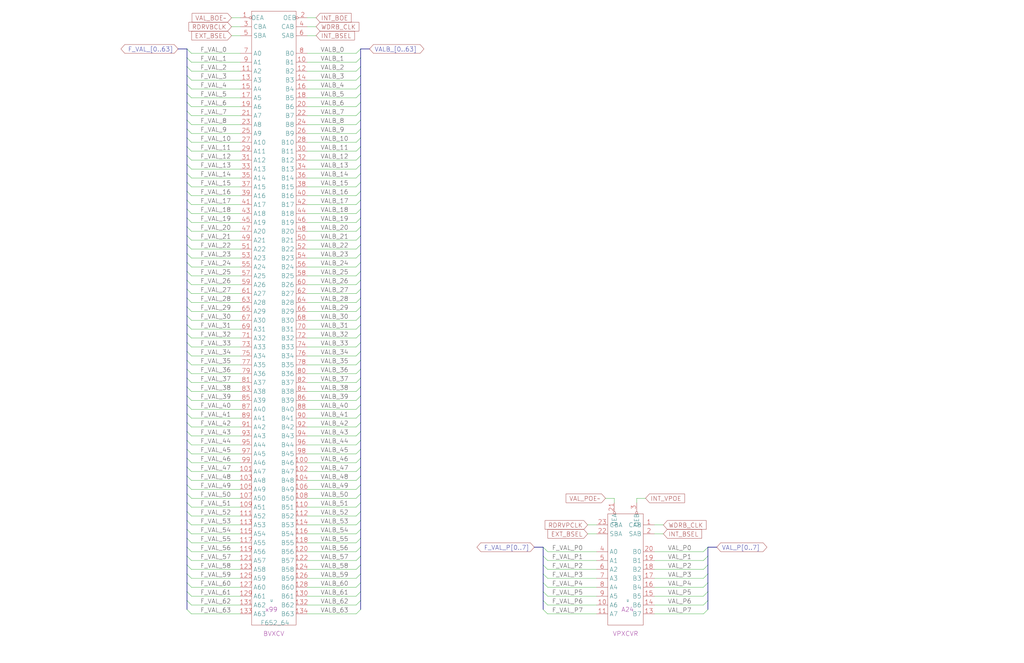
<source format=kicad_sch>
(kicad_sch (version 20220404) (generator eeschema)
  (paper "User" 584.2 378.46)
  (title_block (title "BXCVR\\nVAL AND VAL_PARITY") (date "08-MAR-90") (rev "0.0") (comment 1 "MEM32 BOARD") (comment 2 "232-003066") (comment 3 "S400") (comment 4 "RELEASED"))
  (lib_symbols
    (symbol "r1000:F652" (pin_names (offset 1.016))
      (property "Reference" "U" (at 2.54 5.08 0))
      (property "Value" "F652" (at -3.81 -7.62 0))
      (property "Location" "___" (at -1.27 0 0))
      (property "Name" "______" (at 1.27 -15.24 0))
      (symbol "F652_1_1"
        (rectangle (start -8.89 54.61) (end 11.43 -8.89))
        (circle (center -5.08 55.245) (radius 0.635))
        (circle (center 7.62 55.245) (radius 0.635))
        (pin input line (at 17.78 48.26 180) (length 6.35) (name "CAB") (number "1"))
        (pin bidirectional line (at -15.24 2.54 0) (length 6.35) (name "A6") (number "10"))
        (pin bidirectional line (at -15.24 -2.54 0) (length 6.35) (name "A7") (number "11"))
        (pin bidirectional line (at 17.78 -2.54 180) (length 6.35) (name "B7") (number "13"))
        (pin bidirectional line (at 17.78 2.54 180) (length 6.35) (name "B6") (number "14"))
        (pin bidirectional line (at 17.78 7.62 180) (length 6.35) (name "B5") (number "15"))
        (pin bidirectional line (at 17.78 12.7 180) (length 6.35) (name "B4") (number "16"))
        (pin bidirectional line (at 17.78 17.78 180) (length 6.35) (name "B3") (number "17"))
        (pin bidirectional line (at 17.78 22.86 180) (length 6.35) (name "B2") (number "18"))
        (pin bidirectional line (at 17.78 27.94 180) (length 6.35) (name "B1") (number "19"))
        (pin input line (at 17.78 43.18 180) (length 6.35) (name "SAB") (number "2"))
        (pin bidirectional line (at 17.78 33.02 180) (length 6.35) (name "B0") (number "20"))
        (pin input line (at -5.08 60.96 270) (length 5.08) (name "OEA") (number "21"))
        (pin input line (at -15.24 43.18 0) (length 6.35) (name "SBA") (number "22"))
        (pin input line (at -15.24 48.26 0) (length 6.35) (name "CBA") (number "23"))
        (pin input line (at 7.62 60.96 270) (length 5.08) (name "OEB") (number "3"))
        (pin bidirectional line (at -15.24 33.02 0) (length 6.35) (name "A0") (number "4"))
        (pin bidirectional line (at -15.24 27.94 0) (length 6.35) (name "A1") (number "5"))
        (pin bidirectional line (at -15.24 22.86 0) (length 6.35) (name "A2") (number "6"))
        (pin bidirectional line (at -15.24 17.78 0) (length 6.35) (name "A3") (number "7"))
        (pin bidirectional line (at -15.24 12.7 0) (length 6.35) (name "A4") (number "8"))
        (pin bidirectional line (at -15.24 7.62 0) (length 6.35) (name "A5") (number "9"))
      )
    )
    (symbol "r1000:F652_64" (pin_names (offset 1.016))
      (property "Reference" "U" (at 2.54 5.08 0))
      (property "Value" "F652_64" (at -3.81 -7.62 0))
      (property "Location" "___" (at -1.27 0 0))
      (property "Name" "______" (at 3.81 -15.24 0))
      (symbol "F652_64_1_1"
        (circle (center -9.525 337.82) (radius 0.635))
        (rectangle (start -8.89 341.63) (end 16.51 -8.89))
        (circle (center 17.145 337.82) (radius 0.635))
        (pin input line (at -15.24 337.82 0) (length 5.08) (name "OEA") (number "1"))
        (pin bidirectional line (at 22.86 312.42 180) (length 6.35) (name "B1") (number "10"))
        (pin bidirectional line (at 22.86 83.82 180) (length 6.35) (name "B46") (number "100"))
        (pin bidirectional line (at -15.24 78.74 0) (length 6.35) (name "A47") (number "101"))
        (pin bidirectional line (at 22.86 78.74 180) (length 6.35) (name "B47") (number "102"))
        (pin bidirectional line (at -15.24 73.66 0) (length 6.35) (name "A48") (number "103"))
        (pin bidirectional line (at 22.86 73.66 180) (length 6.35) (name "B48") (number "104"))
        (pin bidirectional line (at -15.24 68.58 0) (length 6.35) (name "A49") (number "105"))
        (pin bidirectional line (at 22.86 68.58 180) (length 6.35) (name "B49") (number "106"))
        (pin bidirectional line (at -15.24 63.5 0) (length 6.35) (name "A50") (number "107"))
        (pin bidirectional line (at 22.86 63.5 180) (length 6.35) (name "B50") (number "108"))
        (pin bidirectional line (at -15.24 58.42 0) (length 6.35) (name "A51") (number "109"))
        (pin bidirectional line (at -15.24 307.34 0) (length 6.35) (name "A2") (number "11"))
        (pin bidirectional line (at 22.86 58.42 180) (length 6.35) (name "B51") (number "110"))
        (pin bidirectional line (at -15.24 53.34 0) (length 6.35) (name "A52") (number "111"))
        (pin bidirectional line (at 22.86 53.34 180) (length 6.35) (name "B52") (number "112"))
        (pin bidirectional line (at -15.24 48.26 0) (length 6.35) (name "A53") (number "113"))
        (pin bidirectional line (at 22.86 48.26 180) (length 6.35) (name "B53") (number "114"))
        (pin bidirectional line (at -15.24 43.18 0) (length 6.35) (name "A54") (number "115"))
        (pin bidirectional line (at 22.86 43.18 180) (length 6.35) (name "B54") (number "116"))
        (pin bidirectional line (at -15.24 38.1 0) (length 6.35) (name "A55") (number "117"))
        (pin bidirectional line (at 22.86 38.1 180) (length 6.35) (name "B55") (number "118"))
        (pin bidirectional line (at -15.24 33.02 0) (length 6.35) (name "A56") (number "119"))
        (pin bidirectional line (at 22.86 307.34 180) (length 6.35) (name "B2") (number "12"))
        (pin bidirectional line (at 22.86 33.02 180) (length 6.35) (name "B56") (number "120"))
        (pin bidirectional line (at -15.24 27.94 0) (length 6.35) (name "A57") (number "121"))
        (pin bidirectional line (at 22.86 27.94 180) (length 6.35) (name "B57") (number "122"))
        (pin bidirectional line (at -15.24 22.86 0) (length 6.35) (name "A58") (number "123"))
        (pin bidirectional line (at 22.86 22.86 180) (length 6.35) (name "B58") (number "124"))
        (pin bidirectional line (at -15.24 17.78 0) (length 6.35) (name "A59") (number "125"))
        (pin bidirectional line (at 22.86 17.78 180) (length 6.35) (name "B59") (number "126"))
        (pin bidirectional line (at -15.24 12.7 0) (length 6.35) (name "A60") (number "127"))
        (pin bidirectional line (at 22.86 12.7 180) (length 6.35) (name "B60") (number "128"))
        (pin bidirectional line (at -15.24 7.62 0) (length 6.35) (name "A61") (number "129"))
        (pin bidirectional line (at -15.24 302.26 0) (length 6.35) (name "A3") (number "13"))
        (pin bidirectional line (at 22.86 7.62 180) (length 6.35) (name "B61") (number "130"))
        (pin bidirectional line (at -15.24 2.54 0) (length 6.35) (name "A62") (number "131"))
        (pin bidirectional line (at 22.86 2.54 180) (length 6.35) (name "B62") (number "132"))
        (pin bidirectional line (at -15.24 -2.54 0) (length 6.35) (name "A63") (number "133"))
        (pin bidirectional line (at 22.86 -2.54 180) (length 6.35) (name "B63") (number "134"))
        (pin bidirectional line (at 22.86 302.26 180) (length 6.35) (name "B3") (number "14"))
        (pin bidirectional line (at -15.24 297.18 0) (length 6.35) (name "A4") (number "15"))
        (pin bidirectional line (at 22.86 297.18 180) (length 6.35) (name "B4") (number "16"))
        (pin bidirectional line (at -15.24 292.1 0) (length 6.35) (name "A5") (number "17"))
        (pin bidirectional line (at 22.86 292.1 180) (length 6.35) (name "B5") (number "18"))
        (pin bidirectional line (at -15.24 287.02 0) (length 6.35) (name "A6") (number "19"))
        (pin input line (at 22.86 337.82 180) (length 5.08) (name "OEB") (number "2"))
        (pin bidirectional line (at 22.86 287.02 180) (length 6.35) (name "B6") (number "20"))
        (pin bidirectional line (at -15.24 281.94 0) (length 6.35) (name "A7") (number "21"))
        (pin bidirectional line (at 22.86 281.94 180) (length 6.35) (name "B7") (number "22"))
        (pin bidirectional line (at -15.24 276.86 0) (length 6.35) (name "A8") (number "23"))
        (pin bidirectional line (at 22.86 276.86 180) (length 6.35) (name "B8") (number "24"))
        (pin bidirectional line (at -15.24 271.78 0) (length 6.35) (name "A9") (number "25"))
        (pin bidirectional line (at 22.86 271.78 180) (length 6.35) (name "B9") (number "26"))
        (pin bidirectional line (at -15.24 266.7 0) (length 6.35) (name "A10") (number "27"))
        (pin bidirectional line (at 22.86 266.7 180) (length 6.35) (name "B10") (number "28"))
        (pin bidirectional line (at -15.24 261.62 0) (length 6.35) (name "A11") (number "29"))
        (pin input line (at -15.24 332.74 0) (length 6.35) (name "CBA") (number "3"))
        (pin bidirectional line (at 22.86 261.62 180) (length 6.35) (name "B11") (number "30"))
        (pin bidirectional line (at -15.24 256.54 0) (length 6.35) (name "A12") (number "31"))
        (pin bidirectional line (at 22.86 256.54 180) (length 6.35) (name "B12") (number "32"))
        (pin bidirectional line (at -15.24 251.46 0) (length 6.35) (name "A13") (number "33"))
        (pin bidirectional line (at 22.86 251.46 180) (length 6.35) (name "B13") (number "34"))
        (pin bidirectional line (at -15.24 246.38 0) (length 6.35) (name "A14") (number "35"))
        (pin bidirectional line (at 22.86 246.38 180) (length 6.35) (name "B14") (number "36"))
        (pin bidirectional line (at -15.24 241.3 0) (length 6.35) (name "A15") (number "37"))
        (pin bidirectional line (at 22.86 241.3 180) (length 6.35) (name "B15") (number "38"))
        (pin bidirectional line (at -15.24 236.22 0) (length 6.35) (name "A16") (number "39"))
        (pin input line (at 22.86 332.74 180) (length 6.35) (name "CAB") (number "4"))
        (pin bidirectional line (at 22.86 236.22 180) (length 6.35) (name "B16") (number "40"))
        (pin bidirectional line (at -15.24 231.14 0) (length 6.35) (name "A17") (number "41"))
        (pin bidirectional line (at 22.86 231.14 180) (length 6.35) (name "B17") (number "42"))
        (pin bidirectional line (at -15.24 226.06 0) (length 6.35) (name "A18") (number "43"))
        (pin bidirectional line (at 22.86 226.06 180) (length 6.35) (name "B18") (number "44"))
        (pin bidirectional line (at -15.24 220.98 0) (length 6.35) (name "A19") (number "45"))
        (pin bidirectional line (at 22.86 220.98 180) (length 6.35) (name "B19") (number "46"))
        (pin bidirectional line (at -15.24 215.9 0) (length 6.35) (name "A20") (number "47"))
        (pin bidirectional line (at 22.86 215.9 180) (length 6.35) (name "B20") (number "48"))
        (pin bidirectional line (at -15.24 210.82 0) (length 6.35) (name "A21") (number "49"))
        (pin input line (at -15.24 327.66 0) (length 6.35) (name "SBA") (number "5"))
        (pin bidirectional line (at 22.86 210.82 180) (length 6.35) (name "B21") (number "50"))
        (pin bidirectional line (at -15.24 205.74 0) (length 6.35) (name "A22") (number "51"))
        (pin bidirectional line (at 22.86 205.74 180) (length 6.35) (name "B22") (number "52"))
        (pin bidirectional line (at -15.24 200.66 0) (length 6.35) (name "A23") (number "53"))
        (pin bidirectional line (at 22.86 200.66 180) (length 6.35) (name "B23") (number "54"))
        (pin bidirectional line (at -15.24 195.58 0) (length 6.35) (name "A24") (number "55"))
        (pin bidirectional line (at 22.86 195.58 180) (length 6.35) (name "B24") (number "56"))
        (pin bidirectional line (at -15.24 190.5 0) (length 6.35) (name "A25") (number "57"))
        (pin bidirectional line (at 22.86 190.5 180) (length 6.35) (name "B25") (number "58"))
        (pin bidirectional line (at -15.24 185.42 0) (length 6.35) (name "A26") (number "59"))
        (pin input line (at 22.86 327.66 180) (length 6.35) (name "SAB") (number "6"))
        (pin bidirectional line (at 22.86 185.42 180) (length 6.35) (name "B26") (number "60"))
        (pin bidirectional line (at -15.24 180.34 0) (length 6.35) (name "A27") (number "61"))
        (pin bidirectional line (at 22.86 180.34 180) (length 6.35) (name "B27") (number "62"))
        (pin bidirectional line (at -15.24 175.26 0) (length 6.35) (name "A28") (number "63"))
        (pin bidirectional line (at 22.86 175.26 180) (length 6.35) (name "B28") (number "64"))
        (pin bidirectional line (at -15.24 170.18 0) (length 6.35) (name "A29") (number "65"))
        (pin bidirectional line (at 22.86 170.18 180) (length 6.35) (name "B29") (number "66"))
        (pin bidirectional line (at -15.24 165.1 0) (length 6.35) (name "A30") (number "67"))
        (pin bidirectional line (at 22.86 165.1 180) (length 6.35) (name "B30") (number "68"))
        (pin bidirectional line (at -15.24 160.02 0) (length 6.35) (name "A31") (number "69"))
        (pin bidirectional line (at -15.24 317.5 0) (length 6.35) (name "A0") (number "7"))
        (pin bidirectional line (at 22.86 160.02 180) (length 6.35) (name "B31") (number "70"))
        (pin bidirectional line (at -15.24 154.94 0) (length 6.35) (name "A32") (number "71"))
        (pin bidirectional line (at 22.86 154.94 180) (length 6.35) (name "B32") (number "72"))
        (pin bidirectional line (at -15.24 149.86 0) (length 6.35) (name "A33") (number "73"))
        (pin bidirectional line (at 22.86 149.86 180) (length 6.35) (name "B33") (number "74"))
        (pin bidirectional line (at -15.24 144.78 0) (length 6.35) (name "A34") (number "75"))
        (pin bidirectional line (at 22.86 144.78 180) (length 6.35) (name "B34") (number "76"))
        (pin bidirectional line (at -15.24 139.7 0) (length 6.35) (name "A35") (number "77"))
        (pin bidirectional line (at 22.86 139.7 180) (length 6.35) (name "B35") (number "78"))
        (pin bidirectional line (at -15.24 134.62 0) (length 6.35) (name "A36") (number "79"))
        (pin bidirectional line (at 22.86 317.5 180) (length 6.35) (name "B0") (number "8"))
        (pin bidirectional line (at 22.86 134.62 180) (length 6.35) (name "B36") (number "80"))
        (pin bidirectional line (at -15.24 129.54 0) (length 6.35) (name "A37") (number "81"))
        (pin bidirectional line (at 22.86 129.54 180) (length 6.35) (name "B37") (number "82"))
        (pin bidirectional line (at -15.24 124.46 0) (length 6.35) (name "A38") (number "83"))
        (pin bidirectional line (at 22.86 124.46 180) (length 6.35) (name "B38") (number "84"))
        (pin bidirectional line (at -15.24 119.38 0) (length 6.35) (name "A39") (number "85"))
        (pin bidirectional line (at 22.86 119.38 180) (length 6.35) (name "B39") (number "86"))
        (pin bidirectional line (at -15.24 114.3 0) (length 6.35) (name "A40") (number "87"))
        (pin bidirectional line (at 22.86 114.3 180) (length 6.35) (name "B40") (number "88"))
        (pin bidirectional line (at -15.24 109.22 0) (length 6.35) (name "A41") (number "89"))
        (pin bidirectional line (at -15.24 312.42 0) (length 6.35) (name "A1") (number "9"))
        (pin bidirectional line (at 22.86 109.22 180) (length 6.35) (name "B41") (number "90"))
        (pin bidirectional line (at -15.24 104.14 0) (length 6.35) (name "A42") (number "91"))
        (pin bidirectional line (at 22.86 104.14 180) (length 6.35) (name "B42") (number "92"))
        (pin bidirectional line (at -15.24 99.06 0) (length 6.35) (name "A43") (number "93"))
        (pin bidirectional line (at 22.86 99.06 180) (length 6.35) (name "B43") (number "94"))
        (pin bidirectional line (at -15.24 93.98 0) (length 6.35) (name "A44") (number "95"))
        (pin bidirectional line (at 22.86 93.98 180) (length 6.35) (name "B44") (number "96"))
        (pin bidirectional line (at -15.24 88.9 0) (length 6.35) (name "A45") (number "97"))
        (pin bidirectional line (at 22.86 88.9 180) (length 6.35) (name "B45") (number "98"))
        (pin bidirectional line (at -15.24 83.82 0) (length 6.35) (name "A46") (number "99"))
      )
    )
  )
  (bus_entry (at 309.88 312.42) (size 2.54 2.54))
  (bus_entry (at 106.68 134.62) (size 2.54 2.54))
  (bus_entry (at 205.74 292.1) (size -2.54 2.54))
  (bus_entry (at 106.68 170.18) (size 2.54 2.54))
  (bus_entry (at 106.68 205.74) (size 2.54 2.54))
  (bus_entry (at 106.68 281.94) (size 2.54 2.54))
  (bus_entry (at 106.68 119.38) (size 2.54 2.54))
  (bus_entry (at 106.68 251.46) (size 2.54 2.54))
  (bus_entry (at 205.74 231.14) (size -2.54 2.54))
  (bus_entry (at 205.74 114.3) (size -2.54 2.54))
  (bus_entry (at 106.68 68.58) (size 2.54 2.54))
  (bus_entry (at 106.68 154.94) (size 2.54 2.54))
  (bus_entry (at 205.74 200.66) (size -2.54 2.54))
  (bus_entry (at 205.74 93.98) (size -2.54 2.54))
  (bus_entry (at 106.68 99.06) (size 2.54 2.54))
  (bus_entry (at 205.74 251.46) (size -2.54 2.54))
  (bus_entry (at 106.68 322.58) (size 2.54 2.54))
  (bus_entry (at 205.74 109.22) (size -2.54 2.54))
  (bus_entry (at 106.68 266.7) (size 2.54 2.54))
  (bus_entry (at 106.68 88.9) (size 2.54 2.54))
  (bus_entry (at 106.68 38.1) (size 2.54 2.54))
  (bus_entry (at 205.74 276.86) (size -2.54 2.54))
  (bus_entry (at 106.68 287.02) (size 2.54 2.54))
  (bus_entry (at 205.74 337.82) (size -2.54 2.54))
  (bus_entry (at 106.68 185.42) (size 2.54 2.54))
  (bus_entry (at 205.74 185.42) (size -2.54 2.54))
  (bus_entry (at 205.74 170.18) (size -2.54 2.54))
  (bus_entry (at 106.68 241.3) (size 2.54 2.54))
  (bus_entry (at 205.74 180.34) (size -2.54 2.54))
  (bus_entry (at 205.74 78.74) (size -2.54 2.54))
  (bus_entry (at 106.68 231.14) (size 2.54 2.54))
  (bus_entry (at 309.88 332.74) (size 2.54 2.54))
  (bus_entry (at 205.74 119.38) (size -2.54 2.54))
  (bus_entry (at 205.74 104.14) (size -2.54 2.54))
  (bus_entry (at 205.74 144.78) (size -2.54 2.54))
  (bus_entry (at 106.68 215.9) (size 2.54 2.54))
  (bus_entry (at 106.68 58.42) (size 2.54 2.54))
  (bus_entry (at 205.74 215.9) (size -2.54 2.54))
  (bus_entry (at 106.68 312.42) (size 2.54 2.54))
  (bus_entry (at 106.68 200.66) (size 2.54 2.54))
  (bus_entry (at 106.68 27.94) (size 2.54 2.54))
  (bus_entry (at 106.68 327.66) (size 2.54 2.54))
  (bus_entry (at 403.86 312.42) (size -2.54 2.54))
  (bus_entry (at 106.68 175.26) (size 2.54 2.54))
  (bus_entry (at 106.68 114.3) (size 2.54 2.54))
  (bus_entry (at 106.68 124.46) (size 2.54 2.54))
  (bus_entry (at 205.74 165.1) (size -2.54 2.54))
  (bus_entry (at 205.74 38.1) (size -2.54 2.54))
  (bus_entry (at 403.86 337.82) (size -2.54 2.54))
  (bus_entry (at 106.68 180.34) (size 2.54 2.54))
  (bus_entry (at 205.74 226.06) (size -2.54 2.54))
  (bus_entry (at 106.68 109.22) (size 2.54 2.54))
  (bus_entry (at 106.68 307.34) (size 2.54 2.54))
  (bus_entry (at 205.74 205.74) (size -2.54 2.54))
  (bus_entry (at 205.74 33.02) (size -2.54 2.54))
  (bus_entry (at 205.74 271.78) (size -2.54 2.54))
  (bus_entry (at 106.68 292.1) (size 2.54 2.54))
  (bus_entry (at 205.74 281.94) (size -2.54 2.54))
  (bus_entry (at 205.74 53.34) (size -2.54 2.54))
  (bus_entry (at 205.74 347.98) (size -2.54 2.54))
  (bus_entry (at 205.74 297.18) (size -2.54 2.54))
  (bus_entry (at 403.86 317.5) (size -2.54 2.54))
  (bus_entry (at 205.74 134.62) (size -2.54 2.54))
  (bus_entry (at 205.74 287.02) (size -2.54 2.54))
  (bus_entry (at 205.74 317.5) (size -2.54 2.54))
  (bus_entry (at 106.68 337.82) (size 2.54 2.54))
  (bus_entry (at 205.74 73.66) (size -2.54 2.54))
  (bus_entry (at 205.74 307.34) (size -2.54 2.54))
  (bus_entry (at 403.86 347.98) (size -2.54 2.54))
  (bus_entry (at 106.68 246.38) (size 2.54 2.54))
  (bus_entry (at 205.74 83.82) (size -2.54 2.54))
  (bus_entry (at 106.68 48.26) (size 2.54 2.54))
  (bus_entry (at 106.68 73.66) (size 2.54 2.54))
  (bus_entry (at 106.68 93.98) (size 2.54 2.54))
  (bus_entry (at 205.74 246.38) (size -2.54 2.54))
  (bus_entry (at 403.86 322.58) (size -2.54 2.54))
  (bus_entry (at 106.68 342.9) (size 2.54 2.54))
  (bus_entry (at 106.68 347.98) (size 2.54 2.54))
  (bus_entry (at 106.68 160.02) (size 2.54 2.54))
  (bus_entry (at 106.68 165.1) (size 2.54 2.54))
  (bus_entry (at 309.88 322.58) (size 2.54 2.54))
  (bus_entry (at 106.68 236.22) (size 2.54 2.54))
  (bus_entry (at 106.68 276.86) (size 2.54 2.54))
  (bus_entry (at 106.68 139.7) (size 2.54 2.54))
  (bus_entry (at 205.74 48.26) (size -2.54 2.54))
  (bus_entry (at 106.68 78.74) (size 2.54 2.54))
  (bus_entry (at 205.74 124.46) (size -2.54 2.54))
  (bus_entry (at 205.74 302.26) (size -2.54 2.54))
  (bus_entry (at 106.68 195.58) (size 2.54 2.54))
  (bus_entry (at 403.86 327.66) (size -2.54 2.54))
  (bus_entry (at 205.74 149.86) (size -2.54 2.54))
  (bus_entry (at 106.68 33.02) (size 2.54 2.54))
  (bus_entry (at 106.68 256.54) (size 2.54 2.54))
  (bus_entry (at 205.74 99.06) (size -2.54 2.54))
  (bus_entry (at 205.74 241.3) (size -2.54 2.54))
  (bus_entry (at 106.68 43.18) (size 2.54 2.54))
  (bus_entry (at 205.74 220.98) (size -2.54 2.54))
  (bus_entry (at 205.74 342.9) (size -2.54 2.54))
  (bus_entry (at 403.86 332.74) (size -2.54 2.54))
  (bus_entry (at 309.88 337.82) (size 2.54 2.54))
  (bus_entry (at 205.74 58.42) (size -2.54 2.54))
  (bus_entry (at 205.74 175.26) (size -2.54 2.54))
  (bus_entry (at 106.68 83.82) (size 2.54 2.54))
  (bus_entry (at 205.74 210.82) (size -2.54 2.54))
  (bus_entry (at 309.88 317.5) (size 2.54 2.54))
  (bus_entry (at 309.88 342.9) (size 2.54 2.54))
  (bus_entry (at 106.68 220.98) (size 2.54 2.54))
  (bus_entry (at 205.74 129.54) (size -2.54 2.54))
  (bus_entry (at 205.74 63.5) (size -2.54 2.54))
  (bus_entry (at 106.68 271.78) (size 2.54 2.54))
  (bus_entry (at 106.68 297.18) (size 2.54 2.54))
  (bus_entry (at 309.88 327.66) (size 2.54 2.54))
  (bus_entry (at 106.68 63.5) (size 2.54 2.54))
  (bus_entry (at 205.74 236.22) (size -2.54 2.54))
  (bus_entry (at 106.68 190.5) (size 2.54 2.54))
  (bus_entry (at 106.68 302.26) (size 2.54 2.54))
  (bus_entry (at 106.68 332.74) (size 2.54 2.54))
  (bus_entry (at 205.74 154.94) (size -2.54 2.54))
  (bus_entry (at 205.74 195.58) (size -2.54 2.54))
  (bus_entry (at 205.74 327.66) (size -2.54 2.54))
  (bus_entry (at 106.68 129.54) (size 2.54 2.54))
  (bus_entry (at 106.68 53.34) (size 2.54 2.54))
  (bus_entry (at 205.74 190.5) (size -2.54 2.54))
  (bus_entry (at 205.74 68.58) (size -2.54 2.54))
  (bus_entry (at 106.68 317.5) (size 2.54 2.54))
  (bus_entry (at 205.74 322.58) (size -2.54 2.54))
  (bus_entry (at 205.74 139.7) (size -2.54 2.54))
  (bus_entry (at 205.74 27.94) (size -2.54 2.54))
  (bus_entry (at 106.68 210.82) (size 2.54 2.54))
  (bus_entry (at 205.74 261.62) (size -2.54 2.54))
  (bus_entry (at 205.74 266.7) (size -2.54 2.54))
  (bus_entry (at 106.68 104.14) (size 2.54 2.54))
  (bus_entry (at 205.74 256.54) (size -2.54 2.54))
  (bus_entry (at 106.68 261.62) (size 2.54 2.54))
  (bus_entry (at 106.68 226.06) (size 2.54 2.54))
  (bus_entry (at 205.74 43.18) (size -2.54 2.54))
  (bus_entry (at 106.68 149.86) (size 2.54 2.54))
  (bus_entry (at 205.74 332.74) (size -2.54 2.54))
  (bus_entry (at 106.68 144.78) (size 2.54 2.54))
  (bus_entry (at 309.88 347.98) (size 2.54 2.54))
  (bus_entry (at 205.74 88.9) (size -2.54 2.54))
  (bus_entry (at 403.86 342.9) (size -2.54 2.54))
  (bus_entry (at 205.74 312.42) (size -2.54 2.54))
  (bus_entry (at 205.74 160.02) (size -2.54 2.54))
  (wire (pts (xy 175.26 248.92) (xy 203.2 248.92)))
  (wire (pts (xy 109.22 233.68) (xy 137.16 233.68)))
  (wire (pts (xy 175.26 40.64) (xy 203.2 40.64)))
  (wire (pts (xy 109.22 335.28) (xy 137.16 335.28)))
  (bus (pts (xy 205.74 53.34) (xy 205.74 58.42)))
  (wire (pts (xy 109.22 218.44) (xy 137.16 218.44)))
  (wire (pts (xy 175.26 279.4) (xy 203.2 279.4)))
  (bus (pts (xy 106.68 215.9) (xy 106.68 220.98)))
  (wire (pts (xy 109.22 198.12) (xy 137.16 198.12)))
  (bus (pts (xy 205.74 327.66) (xy 205.74 332.74)))
  (bus (pts (xy 106.68 53.34) (xy 106.68 58.42)))
  (bus (pts (xy 309.88 327.66) (xy 309.88 332.74)))
  (bus (pts (xy 106.68 220.98) (xy 106.68 226.06)))
  (bus (pts (xy 106.68 261.62) (xy 106.68 266.7)))
  (bus (pts (xy 106.68 38.1) (xy 106.68 43.18)))
  (wire (pts (xy 175.26 127) (xy 203.2 127)))
  (wire (pts (xy 175.26 91.44) (xy 203.2 91.44)))
  (wire (pts (xy 109.22 340.36) (xy 137.16 340.36)))
  (wire (pts (xy 335.28 299.72) (xy 340.36 299.72)))
  (wire (pts (xy 109.22 248.92) (xy 137.16 248.92)))
  (bus (pts (xy 205.74 68.58) (xy 205.74 73.66)))
  (wire (pts (xy 175.26 330.2) (xy 203.2 330.2)))
  (bus (pts (xy 106.68 43.18) (xy 106.68 48.26)))
  (wire (pts (xy 312.42 325.12) (xy 340.36 325.12)))
  (wire (pts (xy 312.42 320.04) (xy 340.36 320.04)))
  (wire (pts (xy 175.26 233.68) (xy 203.2 233.68)))
  (wire (pts (xy 175.26 86.36) (xy 203.2 86.36)))
  (bus (pts (xy 205.74 43.18) (xy 205.74 48.26)))
  (bus (pts (xy 205.74 307.34) (xy 205.74 312.42)))
  (wire (pts (xy 373.38 350.52) (xy 401.32 350.52)))
  (bus (pts (xy 205.74 154.94) (xy 205.74 160.02)))
  (bus (pts (xy 205.74 99.06) (xy 205.74 104.14)))
  (bus (pts (xy 106.68 322.58) (xy 106.68 327.66)))
  (bus (pts (xy 205.74 231.14) (xy 205.74 236.22)))
  (bus (pts (xy 205.74 287.02) (xy 205.74 292.1)))
  (wire (pts (xy 373.38 314.96) (xy 401.32 314.96)))
  (bus (pts (xy 403.86 332.74) (xy 403.86 337.82)))
  (bus (pts (xy 403.86 317.5) (xy 403.86 322.58)))
  (bus (pts (xy 403.86 337.82) (xy 403.86 342.9)))
  (bus (pts (xy 106.68 210.82) (xy 106.68 215.9)))
  (wire (pts (xy 175.26 350.52) (xy 203.2 350.52)))
  (bus (pts (xy 106.68 185.42) (xy 106.68 190.5)))
  (bus (pts (xy 403.86 342.9) (xy 403.86 347.98)))
  (bus (pts (xy 205.74 129.54) (xy 205.74 134.62)))
  (wire (pts (xy 175.26 10.16) (xy 180.34 10.16)))
  (bus (pts (xy 403.86 322.58) (xy 403.86 327.66)))
  (wire (pts (xy 373.38 340.36) (xy 401.32 340.36)))
  (wire (pts (xy 312.42 350.52) (xy 340.36 350.52)))
  (wire (pts (xy 373.38 304.8) (xy 378.46 304.8)))
  (bus (pts (xy 205.74 266.7) (xy 205.74 271.78)))
  (wire (pts (xy 312.42 335.28) (xy 340.36 335.28)))
  (wire (pts (xy 109.22 238.76) (xy 137.16 238.76)))
  (wire (pts (xy 109.22 96.52) (xy 137.16 96.52)))
  (wire (pts (xy 175.26 335.28) (xy 203.2 335.28)))
  (wire (pts (xy 175.26 157.48) (xy 203.2 157.48)))
  (wire (pts (xy 175.26 76.2) (xy 203.2 76.2)))
  (wire (pts (xy 175.26 177.8) (xy 203.2 177.8)))
  (bus (pts (xy 205.74 292.1) (xy 205.74 297.18)))
  (bus (pts (xy 106.68 327.66) (xy 106.68 332.74)))
  (wire (pts (xy 175.26 193.04) (xy 203.2 193.04)))
  (bus (pts (xy 106.68 124.46) (xy 106.68 129.54)))
  (bus (pts (xy 205.74 27.94) (xy 205.74 33.02)))
  (wire (pts (xy 175.26 304.8) (xy 203.2 304.8)))
  (wire (pts (xy 175.26 345.44) (xy 203.2 345.44)))
  (bus (pts (xy 106.68 119.38) (xy 106.68 124.46)))
  (wire (pts (xy 175.26 284.48) (xy 203.2 284.48)))
  (bus (pts (xy 205.74 256.54) (xy 205.74 261.62)))
  (wire (pts (xy 109.22 243.84) (xy 137.16 243.84)))
  (wire (pts (xy 109.22 142.24) (xy 137.16 142.24)))
  (wire (pts (xy 175.26 116.84) (xy 203.2 116.84)))
  (wire (pts (xy 109.22 121.92) (xy 137.16 121.92)))
  (bus (pts (xy 205.74 236.22) (xy 205.74 241.3)))
  (bus (pts (xy 205.74 281.94) (xy 205.74 287.02)))
  (bus (pts (xy 205.74 200.66) (xy 205.74 205.74)))
  (wire (pts (xy 109.22 187.96) (xy 137.16 187.96)))
  (bus (pts (xy 205.74 205.74) (xy 205.74 210.82)))
  (bus (pts (xy 205.74 215.9) (xy 205.74 220.98)))
  (wire (pts (xy 175.26 203.2) (xy 203.2 203.2)))
  (wire (pts (xy 175.26 325.12) (xy 203.2 325.12)))
  (bus (pts (xy 205.74 124.46) (xy 205.74 129.54)))
  (bus (pts (xy 205.74 63.5) (xy 205.74 68.58)))
  (bus (pts (xy 106.68 160.02) (xy 106.68 165.1)))
  (wire (pts (xy 109.22 116.84) (xy 137.16 116.84)))
  (wire (pts (xy 109.22 60.96) (xy 137.16 60.96)))
  (bus (pts (xy 106.68 236.22) (xy 106.68 241.3)))
  (wire (pts (xy 175.26 213.36) (xy 203.2 213.36)))
  (bus (pts (xy 106.68 109.22) (xy 106.68 114.3)))
  (wire (pts (xy 109.22 182.88) (xy 137.16 182.88)))
  (bus (pts (xy 106.68 297.18) (xy 106.68 302.26)))
  (bus (pts (xy 309.88 332.74) (xy 309.88 337.82)))
  (bus (pts (xy 106.68 312.42) (xy 106.68 317.5)))
  (wire (pts (xy 175.26 208.28) (xy 203.2 208.28)))
  (bus (pts (xy 106.68 190.5) (xy 106.68 195.58)))
  (bus (pts (xy 106.68 154.94) (xy 106.68 160.02)))
  (bus (pts (xy 205.74 170.18) (xy 205.74 175.26)))
  (wire (pts (xy 109.22 81.28) (xy 137.16 81.28)))
  (wire (pts (xy 109.22 309.88) (xy 137.16 309.88)))
  (bus (pts (xy 106.68 134.62) (xy 106.68 139.7)))
  (wire (pts (xy 109.22 269.24) (xy 137.16 269.24)))
  (bus (pts (xy 205.74 134.62) (xy 205.74 139.7)))
  (wire (pts (xy 132.08 20.32) (xy 137.16 20.32)))
  (bus (pts (xy 106.68 104.14) (xy 106.68 109.22)))
  (bus (pts (xy 106.68 226.06) (xy 106.68 231.14)))
  (bus (pts (xy 106.68 276.86) (xy 106.68 281.94)))
  (wire (pts (xy 109.22 223.52) (xy 137.16 223.52)))
  (wire (pts (xy 109.22 330.2) (xy 137.16 330.2)))
  (wire (pts (xy 109.22 320.04) (xy 137.16 320.04)))
  (wire (pts (xy 175.26 101.6) (xy 203.2 101.6)))
  (bus (pts (xy 205.74 78.74) (xy 205.74 83.82)))
  (wire (pts (xy 109.22 177.8) (xy 137.16 177.8)))
  (wire (pts (xy 175.26 172.72) (xy 203.2 172.72)))
  (wire (pts (xy 109.22 50.8) (xy 137.16 50.8)))
  (wire (pts (xy 175.26 66.04) (xy 203.2 66.04)))
  (wire (pts (xy 109.22 101.6) (xy 137.16 101.6)))
  (bus (pts (xy 309.88 337.82) (xy 309.88 342.9)))
  (wire (pts (xy 109.22 106.68) (xy 137.16 106.68)))
  (bus (pts (xy 205.74 251.46) (xy 205.74 256.54)))
  (bus (pts (xy 106.68 48.26) (xy 106.68 53.34)))
  (bus (pts (xy 205.74 180.34) (xy 205.74 185.42)))
  (bus (pts (xy 205.74 88.9) (xy 205.74 93.98)))
  (wire (pts (xy 109.22 294.64) (xy 137.16 294.64)))
  (bus (pts (xy 101.6 27.94) (xy 106.68 27.94)))
  (wire (pts (xy 175.26 187.96) (xy 203.2 187.96)))
  (wire (pts (xy 373.38 320.04) (xy 401.32 320.04)))
  (wire (pts (xy 175.26 309.88) (xy 203.2 309.88)))
  (bus (pts (xy 106.68 68.58) (xy 106.68 73.66)))
  (wire (pts (xy 132.08 15.24) (xy 137.16 15.24)))
  (bus (pts (xy 106.68 144.78) (xy 106.68 149.86)))
  (wire (pts (xy 175.26 314.96) (xy 203.2 314.96)))
  (wire (pts (xy 175.26 81.28) (xy 203.2 81.28)))
  (wire (pts (xy 109.22 350.52) (xy 137.16 350.52)))
  (wire (pts (xy 175.26 264.16) (xy 203.2 264.16)))
  (wire (pts (xy 373.38 335.28) (xy 401.32 335.28)))
  (wire (pts (xy 175.26 274.32) (xy 203.2 274.32)))
  (bus (pts (xy 106.68 281.94) (xy 106.68 287.02)))
  (bus (pts (xy 205.74 261.62) (xy 205.74 266.7)))
  (wire (pts (xy 109.22 289.56) (xy 137.16 289.56)))
  (wire (pts (xy 109.22 71.12) (xy 137.16 71.12)))
  (bus (pts (xy 205.74 48.26) (xy 205.74 53.34)))
  (wire (pts (xy 175.26 152.4) (xy 203.2 152.4)))
  (bus (pts (xy 106.68 266.7) (xy 106.68 271.78)))
  (bus (pts (xy 205.74 38.1) (xy 205.74 43.18)))
  (wire (pts (xy 109.22 35.56) (xy 137.16 35.56)))
  (bus (pts (xy 205.74 93.98) (xy 205.74 99.06)))
  (bus (pts (xy 205.74 276.86) (xy 205.74 281.94)))
  (bus (pts (xy 106.68 33.02) (xy 106.68 38.1)))
  (wire (pts (xy 175.26 132.08) (xy 203.2 132.08)))
  (bus (pts (xy 106.68 175.26) (xy 106.68 180.34)))
  (bus (pts (xy 205.74 104.14) (xy 205.74 109.22)))
  (wire (pts (xy 373.38 330.2) (xy 401.32 330.2)))
  (bus (pts (xy 106.68 287.02) (xy 106.68 292.1)))
  (bus (pts (xy 205.74 312.42) (xy 205.74 317.5)))
  (bus (pts (xy 205.74 195.58) (xy 205.74 200.66)))
  (wire (pts (xy 175.26 340.36) (xy 203.2 340.36)))
  (bus (pts (xy 205.74 119.38) (xy 205.74 124.46)))
  (wire (pts (xy 175.26 162.56) (xy 203.2 162.56)))
  (bus (pts (xy 106.68 170.18) (xy 106.68 175.26)))
  (bus (pts (xy 106.68 241.3) (xy 106.68 246.38)))
  (bus (pts (xy 205.74 210.82) (xy 205.74 215.9)))
  (wire (pts (xy 175.26 121.92) (xy 203.2 121.92)))
  (wire (pts (xy 109.22 213.36) (xy 137.16 213.36)))
  (bus (pts (xy 205.74 73.66) (xy 205.74 78.74)))
  (bus (pts (xy 106.68 27.94) (xy 106.68 33.02)))
  (bus (pts (xy 205.74 220.98) (xy 205.74 226.06)))
  (bus (pts (xy 205.74 297.18) (xy 205.74 302.26)))
  (wire (pts (xy 175.26 50.8) (xy 203.2 50.8)))
  (bus (pts (xy 106.68 129.54) (xy 106.68 134.62)))
  (wire (pts (xy 109.22 304.8) (xy 137.16 304.8)))
  (bus (pts (xy 205.74 322.58) (xy 205.74 327.66)))
  (wire (pts (xy 109.22 30.48) (xy 137.16 30.48)))
  (wire (pts (xy 175.26 96.52) (xy 203.2 96.52)))
  (bus (pts (xy 106.68 342.9) (xy 106.68 347.98)))
  (bus (pts (xy 205.74 317.5) (xy 205.74 322.58)))
  (wire (pts (xy 175.26 269.24) (xy 203.2 269.24)))
  (wire (pts (xy 175.26 228.6) (xy 203.2 228.6)))
  (wire (pts (xy 312.42 314.96) (xy 340.36 314.96)))
  (bus (pts (xy 205.74 160.02) (xy 205.74 165.1)))
  (wire (pts (xy 312.42 330.2) (xy 340.36 330.2)))
  (wire (pts (xy 109.22 279.4) (xy 137.16 279.4)))
  (wire (pts (xy 109.22 132.08) (xy 137.16 132.08)))
  (wire (pts (xy 109.22 66.04) (xy 137.16 66.04)))
  (wire (pts (xy 175.26 137.16) (xy 203.2 137.16)))
  (wire (pts (xy 109.22 193.04) (xy 137.16 193.04)))
  (wire (pts (xy 175.26 45.72) (xy 203.2 45.72)))
  (wire (pts (xy 109.22 172.72) (xy 137.16 172.72)))
  (bus (pts (xy 106.68 93.98) (xy 106.68 99.06)))
  (bus (pts (xy 205.74 241.3) (xy 205.74 246.38)))
  (bus (pts (xy 205.74 175.26) (xy 205.74 180.34)))
  (wire (pts (xy 109.22 86.36) (xy 137.16 86.36)))
  (bus (pts (xy 106.68 78.74) (xy 106.68 83.82)))
  (bus (pts (xy 106.68 317.5) (xy 106.68 322.58)))
  (wire (pts (xy 109.22 152.4) (xy 137.16 152.4)))
  (wire (pts (xy 312.42 345.44) (xy 340.36 345.44)))
  (bus (pts (xy 106.68 337.82) (xy 106.68 342.9)))
  (wire (pts (xy 175.26 20.32) (xy 180.34 20.32)))
  (wire (pts (xy 109.22 254) (xy 137.16 254)))
  (bus (pts (xy 106.68 99.06) (xy 106.68 104.14)))
  (wire (pts (xy 175.26 218.44) (xy 203.2 218.44)))
  (wire (pts (xy 175.26 223.52) (xy 203.2 223.52)))
  (wire (pts (xy 109.22 284.48) (xy 137.16 284.48)))
  (bus (pts (xy 309.88 322.58) (xy 309.88 327.66)))
  (bus (pts (xy 106.68 246.38) (xy 106.68 251.46)))
  (wire (pts (xy 175.26 198.12) (xy 203.2 198.12)))
  (bus (pts (xy 309.88 317.5) (xy 309.88 322.58)))
  (wire (pts (xy 109.22 299.72) (xy 137.16 299.72)))
  (bus (pts (xy 106.68 200.66) (xy 106.68 205.74)))
  (bus (pts (xy 205.74 139.7) (xy 205.74 144.78)))
  (bus (pts (xy 205.74 144.78) (xy 205.74 149.86)))
  (bus (pts (xy 106.68 149.86) (xy 106.68 154.94)))
  (wire (pts (xy 132.08 10.16) (xy 137.16 10.16)))
  (bus (pts (xy 205.74 226.06) (xy 205.74 231.14)))
  (bus (pts (xy 205.74 271.78) (xy 205.74 276.86)))
  (bus (pts (xy 106.68 205.74) (xy 106.68 210.82)))
  (wire (pts (xy 373.38 299.72) (xy 378.46 299.72)))
  (wire (pts (xy 109.22 157.48) (xy 137.16 157.48)))
  (wire (pts (xy 109.22 40.64) (xy 137.16 40.64)))
  (bus (pts (xy 205.74 332.74) (xy 205.74 337.82)))
  (wire (pts (xy 175.26 35.56) (xy 203.2 35.56)))
  (bus (pts (xy 106.68 58.42) (xy 106.68 63.5)))
  (wire (pts (xy 109.22 137.16) (xy 137.16 137.16)))
  (bus (pts (xy 309.88 342.9) (xy 309.88 347.98)))
  (wire (pts (xy 175.26 30.48) (xy 203.2 30.48)))
  (wire (pts (xy 109.22 127) (xy 137.16 127)))
  (wire (pts (xy 175.26 289.56) (xy 203.2 289.56)))
  (bus (pts (xy 106.68 139.7) (xy 106.68 144.78)))
  (bus (pts (xy 205.74 58.42) (xy 205.74 63.5)))
  (bus (pts (xy 205.74 190.5) (xy 205.74 195.58)))
  (bus (pts (xy 403.86 327.66) (xy 403.86 332.74)))
  (bus (pts (xy 205.74 185.42) (xy 205.74 190.5)))
  (wire (pts (xy 109.22 274.32) (xy 137.16 274.32)))
  (bus (pts (xy 106.68 195.58) (xy 106.68 200.66)))
  (wire (pts (xy 109.22 55.88) (xy 137.16 55.88)))
  (wire (pts (xy 175.26 238.76) (xy 203.2 238.76)))
  (bus (pts (xy 106.68 256.54) (xy 106.68 261.62)))
  (wire (pts (xy 109.22 264.16) (xy 137.16 264.16)))
  (wire (pts (xy 109.22 147.32) (xy 137.16 147.32)))
  (wire (pts (xy 175.26 182.88) (xy 203.2 182.88)))
  (bus (pts (xy 205.74 246.38) (xy 205.74 251.46)))
  (bus (pts (xy 106.68 251.46) (xy 106.68 256.54)))
  (wire (pts (xy 373.38 345.44) (xy 401.32 345.44)))
  (wire (pts (xy 175.26 294.64) (xy 203.2 294.64)))
  (wire (pts (xy 109.22 314.96) (xy 137.16 314.96)))
  (wire (pts (xy 175.26 111.76) (xy 203.2 111.76)))
  (wire (pts (xy 109.22 111.76) (xy 137.16 111.76)))
  (bus (pts (xy 106.68 231.14) (xy 106.68 236.22)))
  (wire (pts (xy 109.22 45.72) (xy 137.16 45.72)))
  (wire (pts (xy 109.22 228.6) (xy 137.16 228.6)))
  (bus (pts (xy 205.74 149.86) (xy 205.74 154.94)))
  (bus (pts (xy 304.8 312.42) (xy 309.88 312.42)))
  (wire (pts (xy 109.22 76.2) (xy 137.16 76.2)))
  (wire (pts (xy 175.26 147.32) (xy 203.2 147.32)))
  (bus (pts (xy 106.68 332.74) (xy 106.68 337.82)))
  (wire (pts (xy 345.44 284.48) (xy 350.52 284.48)))
  (wire (pts (xy 175.26 243.84) (xy 203.2 243.84)))
  (wire (pts (xy 109.22 203.2) (xy 137.16 203.2)))
  (wire (pts (xy 109.22 167.64) (xy 137.16 167.64)))
  (wire (pts (xy 109.22 345.44) (xy 137.16 345.44)))
  (bus (pts (xy 106.68 292.1) (xy 106.68 297.18)))
  (bus (pts (xy 205.74 109.22) (xy 205.74 114.3)))
  (wire (pts (xy 175.26 55.88) (xy 203.2 55.88)))
  (wire (pts (xy 175.26 142.24) (xy 203.2 142.24)))
  (bus (pts (xy 106.68 114.3) (xy 106.68 119.38)))
  (wire (pts (xy 175.26 254) (xy 203.2 254)))
  (wire (pts (xy 175.26 259.08) (xy 203.2 259.08)))
  (bus (pts (xy 210.82 27.94) (xy 205.74 27.94)))
  (wire (pts (xy 175.26 320.04) (xy 203.2 320.04)))
  (wire (pts (xy 312.42 340.36) (xy 340.36 340.36)))
  (wire (pts (xy 363.22 284.48) (xy 363.22 287.02)))
  (wire (pts (xy 373.38 325.12) (xy 401.32 325.12)))
  (wire (pts (xy 175.26 15.24) (xy 180.34 15.24)))
  (wire (pts (xy 109.22 325.12) (xy 137.16 325.12)))
  (bus (pts (xy 403.86 312.42) (xy 403.86 317.5)))
  (wire (pts (xy 175.26 71.12) (xy 203.2 71.12)))
  (bus (pts (xy 106.68 307.34) (xy 106.68 312.42)))
  (wire (pts (xy 109.22 91.44) (xy 137.16 91.44)))
  (bus (pts (xy 205.74 165.1) (xy 205.74 170.18)))
  (bus (pts (xy 106.68 165.1) (xy 106.68 170.18)))
  (bus (pts (xy 205.74 342.9) (xy 205.74 347.98)))
  (wire (pts (xy 109.22 208.28) (xy 137.16 208.28)))
  (bus (pts (xy 106.68 302.26) (xy 106.68 307.34)))
  (bus (pts (xy 106.68 83.82) (xy 106.68 88.9)))
  (bus (pts (xy 205.74 114.3) (xy 205.74 119.38)))
  (bus (pts (xy 205.74 33.02) (xy 205.74 38.1)))
  (bus (pts (xy 106.68 180.34) (xy 106.68 185.42)))
  (bus (pts (xy 403.86 312.42) (xy 408.94 312.42)))
  (wire (pts (xy 363.22 284.48) (xy 368.3 284.48)))
  (bus (pts (xy 205.74 337.82) (xy 205.74 342.9)))
  (bus (pts (xy 106.68 271.78) (xy 106.68 276.86)))
  (wire (pts (xy 175.26 167.64) (xy 203.2 167.64)))
  (bus (pts (xy 309.88 312.42) (xy 309.88 317.5)))
  (wire (pts (xy 109.22 259.08) (xy 137.16 259.08)))
  (wire (pts (xy 109.22 162.56) (xy 137.16 162.56)))
  (wire (pts (xy 335.28 304.8) (xy 340.36 304.8)))
  (bus (pts (xy 106.68 88.9) (xy 106.68 93.98)))
  (wire (pts (xy 350.52 284.48) (xy 350.52 287.02)))
  (bus (pts (xy 205.74 302.26) (xy 205.74 307.34)))
  (bus (pts (xy 106.68 73.66) (xy 106.68 78.74)))
  (wire (pts (xy 175.26 299.72) (xy 203.2 299.72)))
  (wire (pts (xy 175.26 60.96) (xy 203.2 60.96)))
  (bus (pts (xy 106.68 63.5) (xy 106.68 68.58)))
  (bus (pts (xy 205.74 83.82) (xy 205.74 88.9)))
  (wire (pts (xy 175.26 106.68) (xy 203.2 106.68)))
  (label "F_VAL_26" (at 114.3 162.56 0) (effects (font (size 2.54 2.54))))
  (label "VALB_49" (at 182.88 279.4 0) (effects (font (size 2.54 2.54))))
  (label "VALB_41" (at 182.88 238.76 0) (effects (font (size 2.54 2.54))))
  (label "F_VAL_62" (at 114.3 345.44 0) (effects (font (size 2.54 2.54))))
  (label "VAL_P1" (at 381 320.04 0) (effects (font (size 2.54 2.54))))
  (label "VALB_33" (at 182.88 198.12 0) (effects (font (size 2.54 2.54))))
  (label "VALB_3" (at 182.88 45.72 0) (effects (font (size 2.54 2.54))))
  (label "F_VAL_P0" (at 314.96 314.96 0) (effects (font (size 2.54 2.54))))
  (label "F_VAL_55" (at 114.3 309.88 0) (effects (font (size 2.54 2.54))))
  (label "F_VAL_22" (at 114.3 142.24 0) (effects (font (size 2.54 2.54))))
  (label "F_VAL_39" (at 114.3 228.6 0) (effects (font (size 2.54 2.54))))
  (label "F_VAL_37" (at 114.3 218.44 0) (effects (font (size 2.54 2.54))))
  (label "F_VAL_1" (at 114.3 35.56 0) (effects (font (size 2.54 2.54))))
  (label "VAL_P2" (at 381 325.12 0) (effects (font (size 2.54 2.54))))
  (label "VALB_63" (at 182.88 350.52 0) (effects (font (size 2.54 2.54))))
  (label "F_VAL_60" (at 114.3 335.28 0) (effects (font (size 2.54 2.54))))
  (label "VALB_31" (at 182.88 187.96 0) (effects (font (size 2.54 2.54))))
  (label "VALB_16" (at 182.88 111.76 0) (effects (font (size 2.54 2.54))))
  (label "F_VAL_P7" (at 314.96 350.52 0) (effects (font (size 2.54 2.54))))
  (label "VALB_21" (at 182.88 137.16 0) (effects (font (size 2.54 2.54))))
  (label "F_VAL_46" (at 114.3 264.16 0) (effects (font (size 2.54 2.54))))
  (label "VALB_56" (at 182.88 314.96 0) (effects (font (size 2.54 2.54))))
  (label "F_VAL_11" (at 114.3 86.36 0) (effects (font (size 2.54 2.54))))
  (label "F_VAL_40" (at 114.3 233.68 0) (effects (font (size 2.54 2.54))))
  (label "F_VAL_31" (at 114.3 187.96 0) (effects (font (size 2.54 2.54))))
  (label "F_VAL_52" (at 114.3 294.64 0) (effects (font (size 2.54 2.54))))
  (label "VALB_35" (at 182.88 208.28 0) (effects (font (size 2.54 2.54))))
  (label "VALB_5" (at 182.88 55.88 0) (effects (font (size 2.54 2.54))))
  (label "F_VAL_P1" (at 314.96 320.04 0) (effects (font (size 2.54 2.54))))
  (label "VALB_42" (at 182.88 243.84 0) (effects (font (size 2.54 2.54))))
  (label "F_VAL_48" (at 114.3 274.32 0) (effects (font (size 2.54 2.54))))
  (label "F_VAL_24" (at 114.3 152.4 0) (effects (font (size 2.54 2.54))))
  (label "F_VAL_61" (at 114.3 340.36 0) (effects (font (size 2.54 2.54))))
  (label "VALB_45" (at 182.88 259.08 0) (effects (font (size 2.54 2.54))))
  (label "VALB_62" (at 182.88 345.44 0) (effects (font (size 2.54 2.54))))
  (label "VALB_54" (at 182.88 304.8 0) (effects (font (size 2.54 2.54))))
  (label "F_VAL_10" (at 114.3 81.28 0) (effects (font (size 2.54 2.54))))
  (label "F_VAL_41" (at 114.3 238.76 0) (effects (font (size 2.54 2.54))))
  (label "VALB_26" (at 182.88 162.56 0) (effects (font (size 2.54 2.54))))
  (label "F_VAL_38" (at 114.3 223.52 0) (effects (font (size 2.54 2.54))))
  (label "F_VAL_53" (at 114.3 299.72 0) (effects (font (size 2.54 2.54))))
  (label "F_VAL_32" (at 114.3 193.04 0) (effects (font (size 2.54 2.54))))
  (label "VAL_P7" (at 381 350.52 0) (effects (font (size 2.54 2.54))))
  (label "VAL_P3" (at 381 330.2 0) (effects (font (size 2.54 2.54))))
  (label "F_VAL_35" (at 114.3 208.28 0) (effects (font (size 2.54 2.54))))
  (label "VALB_53" (at 182.88 299.72 0) (effects (font (size 2.54 2.54))))
  (label "VALB_46" (at 182.88 264.16 0) (effects (font (size 2.54 2.54))))
  (label "F_VAL_16" (at 114.3 111.76 0) (effects (font (size 2.54 2.54))))
  (label "VALB_6" (at 182.88 60.96 0) (effects (font (size 2.54 2.54))))
  (label "F_VAL_47" (at 114.3 269.24 0) (effects (font (size 2.54 2.54))))
  (label "F_VAL_58" (at 114.3 325.12 0) (effects (font (size 2.54 2.54))))
  (label "VALB_36" (at 182.88 213.36 0) (effects (font (size 2.54 2.54))))
  (label "VALB_0" (at 182.88 30.48 0) (effects (font (size 2.54 2.54))))
  (label "F_VAL_9" (at 114.3 76.2 0) (effects (font (size 2.54 2.54))))
  (label "F_VAL_51" (at 114.3 289.56 0) (effects (font (size 2.54 2.54))))
  (label "F_VAL_12" (at 114.3 91.44 0) (effects (font (size 2.54 2.54))))
  (label "VALB_57" (at 182.88 320.04 0) (effects (font (size 2.54 2.54))))
  (label "F_VAL_33" (at 114.3 198.12 0) (effects (font (size 2.54 2.54))))
  (label "F_VAL_27" (at 114.3 167.64 0) (effects (font (size 2.54 2.54))))
  (label "VAL_P6" (at 381 345.44 0) (effects (font (size 2.54 2.54))))
  (label "VALB_50" (at 182.88 284.48 0) (effects (font (size 2.54 2.54))))
  (label "F_VAL_21" (at 114.3 137.16 0) (effects (font (size 2.54 2.54))))
  (label "VALB_12" (at 182.88 91.44 0) (effects (font (size 2.54 2.54))))
  (label "VALB_19" (at 182.88 127 0) (effects (font (size 2.54 2.54))))
  (label "VALB_13" (at 182.88 96.52 0) (effects (font (size 2.54 2.54))))
  (label "F_VAL_30" (at 114.3 182.88 0) (effects (font (size 2.54 2.54))))
  (label "VALB_55" (at 182.88 309.88 0) (effects (font (size 2.54 2.54))))
  (label "VALB_25" (at 182.88 157.48 0) (effects (font (size 2.54 2.54))))
  (label "F_VAL_13" (at 114.3 96.52 0) (effects (font (size 2.54 2.54))))
  (label "VALB_52" (at 182.88 294.64 0) (effects (font (size 2.54 2.54))))
  (label "F_VAL_49" (at 114.3 279.4 0) (effects (font (size 2.54 2.54))))
  (label "VAL_P5" (at 381 340.36 0) (effects (font (size 2.54 2.54))))
  (label "VAL_P4" (at 381 335.28 0) (effects (font (size 2.54 2.54))))
  (label "VALB_27" (at 182.88 167.64 0) (effects (font (size 2.54 2.54))))
  (label "F_VAL_18" (at 114.3 121.92 0) (effects (font (size 2.54 2.54))))
  (label "F_VAL_44" (at 114.3 254 0) (effects (font (size 2.54 2.54))))
  (label "VALB_23" (at 182.88 147.32 0) (effects (font (size 2.54 2.54))))
  (label "F_VAL_P4" (at 314.96 335.28 0) (effects (font (size 2.54 2.54))))
  (label "F_VAL_63" (at 114.3 350.52 0) (effects (font (size 2.54 2.54))))
  (label "F_VAL_45" (at 114.3 259.08 0) (effects (font (size 2.54 2.54))))
  (label "F_VAL_P6" (at 314.96 345.44 0) (effects (font (size 2.54 2.54))))
  (label "VALB_4" (at 182.88 50.8 0) (effects (font (size 2.54 2.54))))
  (label "VALB_24" (at 182.88 152.4 0) (effects (font (size 2.54 2.54))))
  (label "F_VAL_P5" (at 314.96 340.36 0) (effects (font (size 2.54 2.54))))
  (label "F_VAL_25" (at 114.3 157.48 0) (effects (font (size 2.54 2.54))))
  (label "VALB_17" (at 182.88 116.84 0) (effects (font (size 2.54 2.54))))
  (label "F_VAL_20" (at 114.3 132.08 0) (effects (font (size 2.54 2.54))))
  (label "VALB_2" (at 182.88 40.64 0) (effects (font (size 2.54 2.54))))
  (label "F_VAL_50" (at 114.3 284.48 0) (effects (font (size 2.54 2.54))))
  (label "F_VAL_15" (at 114.3 106.68 0) (effects (font (size 2.54 2.54))))
  (label "VALB_58" (at 182.88 325.12 0) (effects (font (size 2.54 2.54))))
  (label "F_VAL_29" (at 114.3 177.8 0) (effects (font (size 2.54 2.54))))
  (label "VALB_1" (at 182.88 35.56 0) (effects (font (size 2.54 2.54))))
  (label "VALB_61" (at 182.88 340.36 0) (effects (font (size 2.54 2.54))))
  (label "VALB_34" (at 182.88 203.2 0) (effects (font (size 2.54 2.54))))
  (label "VALB_11" (at 182.88 86.36 0) (effects (font (size 2.54 2.54))))
  (label "VALB_29" (at 182.88 177.8 0) (effects (font (size 2.54 2.54))))
  (label "VALB_39" (at 182.88 228.6 0) (effects (font (size 2.54 2.54))))
  (label "F_VAL_56" (at 114.3 314.96 0) (effects (font (size 2.54 2.54))))
  (label "F_VAL_14" (at 114.3 101.6 0) (effects (font (size 2.54 2.54))))
  (label "F_VAL_4" (at 114.3 50.8 0) (effects (font (size 2.54 2.54))))
  (label "F_VAL_8" (at 114.3 71.12 0) (effects (font (size 2.54 2.54))))
  (label "VALB_14" (at 182.88 101.6 0) (effects (font (size 2.54 2.54))))
  (label "F_VAL_28" (at 114.3 172.72 0) (effects (font (size 2.54 2.54))))
  (label "F_VAL_3" (at 114.3 45.72 0) (effects (font (size 2.54 2.54))))
  (label "F_VAL_34" (at 114.3 203.2 0) (effects (font (size 2.54 2.54))))
  (label "F_VAL_54" (at 114.3 304.8 0) (effects (font (size 2.54 2.54))))
  (label "VALB_20" (at 182.88 132.08 0) (effects (font (size 2.54 2.54))))
  (label "F_VAL_5" (at 114.3 55.88 0) (effects (font (size 2.54 2.54))))
  (label "VALB_32" (at 182.88 193.04 0) (effects (font (size 2.54 2.54))))
  (label "VAL_P0" (at 381 314.96 0) (effects (font (size 2.54 2.54))))
  (label "VALB_18" (at 182.88 121.92 0) (effects (font (size 2.54 2.54))))
  (label "F_VAL_0" (at 114.3 30.48 0) (effects (font (size 2.54 2.54))))
  (label "VALB_59" (at 182.88 330.2 0) (effects (font (size 2.54 2.54))))
  (label "F_VAL_P3" (at 314.96 330.2 0) (effects (font (size 2.54 2.54))))
  (label "VALB_47" (at 182.88 269.24 0) (effects (font (size 2.54 2.54))))
  (label "VALB_48" (at 182.88 274.32 0) (effects (font (size 2.54 2.54))))
  (label "VALB_43" (at 182.88 248.92 0) (effects (font (size 2.54 2.54))))
  (label "F_VAL_6" (at 114.3 60.96 0) (effects (font (size 2.54 2.54))))
  (label "VALB_51" (at 182.88 289.56 0) (effects (font (size 2.54 2.54))))
  (label "VALB_15" (at 182.88 106.68 0) (effects (font (size 2.54 2.54))))
  (label "VALB_8" (at 182.88 71.12 0) (effects (font (size 2.54 2.54))))
  (label "F_VAL_36" (at 114.3 213.36 0) (effects (font (size 2.54 2.54))))
  (label "VALB_28" (at 182.88 172.72 0) (effects (font (size 2.54 2.54))))
  (label "VALB_7" (at 182.88 66.04 0) (effects (font (size 2.54 2.54))))
  (label "VALB_22" (at 182.88 142.24 0) (effects (font (size 2.54 2.54))))
  (label "F_VAL_57" (at 114.3 320.04 0) (effects (font (size 2.54 2.54))))
  (label "F_VAL_23" (at 114.3 147.32 0) (effects (font (size 2.54 2.54))))
  (label "VALB_60" (at 182.88 335.28 0) (effects (font (size 2.54 2.54))))
  (label "VALB_44" (at 182.88 254 0) (effects (font (size 2.54 2.54))))
  (label "VALB_10" (at 182.88 81.28 0) (effects (font (size 2.54 2.54))))
  (label "VALB_9" (at 182.88 76.2 0) (effects (font (size 2.54 2.54))))
  (label "VALB_30" (at 182.88 182.88 0) (effects (font (size 2.54 2.54))))
  (label "VALB_37" (at 182.88 218.44 0) (effects (font (size 2.54 2.54))))
  (label "F_VAL_17" (at 114.3 116.84 0) (effects (font (size 2.54 2.54))))
  (label "F_VAL_19" (at 114.3 127 0) (effects (font (size 2.54 2.54))))
  (label "F_VAL_59" (at 114.3 330.2 0) (effects (font (size 2.54 2.54))))
  (label "F_VAL_7" (at 114.3 66.04 0) (effects (font (size 2.54 2.54))))
  (label "VALB_38" (at 182.88 223.52 0) (effects (font (size 2.54 2.54))))
  (label "F_VAL_2" (at 114.3 40.64 0) (effects (font (size 2.54 2.54))))
  (label "F_VAL_P2" (at 314.96 325.12 0) (effects (font (size 2.54 2.54))))
  (label "F_VAL_43" (at 114.3 248.92 0) (effects (font (size 2.54 2.54))))
  (label "F_VAL_42" (at 114.3 243.84 0) (effects (font (size 2.54 2.54))))
  (label "VALB_40" (at 182.88 233.68 0) (effects (font (size 2.54 2.54))))
  (global_label "INT_BSEL" (shape input) (at 378.46 304.8 0) (effects (font (size 2.54 2.54))) (property "Intersheet References" "${INTERSHEET_REFS}" (at 400.3403 304.6413 0) (effects (font (size 1.905 1.905)) (justify left))))
  (global_label "EXT_BSEL" (shape input) (at 335.28 304.8 180) (effects (font (size 2.54 2.54))) (property "Intersheet References" "${INTERSHEET_REFS}" (at 312.553 304.6413 0) (effects (font (size 1.905 1.905)) (justify right))))
  (global_label "EXT_BSEL" (shape input) (at 132.08 20.32 180) (effects (font (size 2.54 2.54))) (property "Intersheet References" "${INTERSHEET_REFS}" (at 109.7159 20.1613 0) (effects (font (size 1.905 1.905)) (justify right))))
  (global_label "INT_VPOE" (shape input) (at 368.3 284.48 0) (effects (font (size 2.54 2.54))) (property "Intersheet References" "${INTERSHEET_REFS}" (at 390.5431 284.3213 0) (effects (font (size 1.905 1.905)) (justify left))))
  (global_label "INT_BSEL" (shape input) (at 180.34 20.32 0) (effects (font (size 2.54 2.54))) (property "Intersheet References" "${INTERSHEET_REFS}" (at 201.8574 20.1613 0) (effects (font (size 1.905 1.905)) (justify left))))
  (global_label "VAL_BOE~" (shape input) (at 132.08 10.16 180) (effects (font (size 2.54 2.54))) (property "Intersheet References" "${INTERSHEET_REFS}" (at 109.7159 10.0013 0) (effects (font (size 1.905 1.905)) (justify right))))
  (global_label "WDRB_CLK" (shape input) (at 378.46 299.72 0) (effects (font (size 2.54 2.54))) (property "Intersheet References" "${INTERSHEET_REFS}" (at 402.8803 299.5613 0) (effects (font (size 1.905 1.905)) (justify left))))
  (global_label "VAL_P[0..7]" (shape bidirectional) (at 408.94 312.42 0) (effects (font (size 2.54 2.54))) (property "Intersheet References" "${INTERSHEET_REFS}" (at 435.2955 312.2613 0) (effects (font (size 1.905 1.905)) (justify left))))
  (global_label "INT_BOE" (shape input) (at 180.34 10.16 0) (effects (font (size 2.54 2.54))) (property "Intersheet References" "${INTERSHEET_REFS}" (at 200.0431 10.0013 0) (effects (font (size 1.905 1.905)) (justify left))))
  (global_label "VAL_POE~" (shape input) (at 345.44 284.48 180) (effects (font (size 2.54 2.54))) (property "Intersheet References" "${INTERSHEET_REFS}" (at 322.955 284.3213 0) (effects (font (size 1.905 1.905)) (justify right))))
  (global_label "F_VAL_[0..63]" (shape bidirectional) (at 101.6 27.94 180) (effects (font (size 2.54 2.54))) (property "Intersheet References" "${INTERSHEET_REFS}" (at 71.0111 27.7813 0) (effects (font (size 1.905 1.905)) (justify right))))
  (global_label "WDRB_CLK" (shape input) (at 180.34 15.24 0) (effects (font (size 2.54 2.54))) (property "Intersheet References" "${INTERSHEET_REFS}" (at 204.3974 15.0813 0) (effects (font (size 1.905 1.905)) (justify left))))
  (global_label "VALB_[0..63]" (shape bidirectional) (at 210.82 27.94 0) (effects (font (size 2.54 2.54))) (property "Intersheet References" "${INTERSHEET_REFS}" (at 239.4736 27.7813 0) (effects (font (size 1.905 1.905)) (justify left))))
  (global_label "RDRVBCLK" (shape input) (at 132.08 15.24 180) (effects (font (size 2.54 2.54))) (property "Intersheet References" "${INTERSHEET_REFS}" (at 108.3854 15.0813 0) (effects (font (size 1.905 1.905)) (justify right))))
  (global_label "F_VAL_P[0..7]" (shape bidirectional) (at 304.8 312.42 180) (effects (font (size 2.54 2.54))) (property "Intersheet References" "${INTERSHEET_REFS}" (at 274.3321 312.2613 0) (effects (font (size 1.905 1.905)) (justify right))))
  (global_label "RDRVPCLK" (shape input) (at 335.28 299.72 180) (effects (font (size 2.54 2.54))) (property "Intersheet References" "${INTERSHEET_REFS}" (at 310.9807 299.5613 0) (effects (font (size 1.905 1.905)) (justify right))))
  (symbol (lib_id "r1000:F652_64") (at 152.4 347.98 0) (unit 1)
    (default_instance (reference "U") (unit 1) (value "F652_64") (footprint ""))
    (property "Reference" "U" (at 154.94 342.9 0))
    (property "Value" "F652_64" (at 148.59 355.6 0) (effects (font (size 2.54 2.54)) (justify left)))
    (property "Location" "x99" (at 151.13 347.98 0) (effects (font (size 2.54 2.54)) (justify left)))
    (property "Name" "BVXCV" (at 156.21 363.22 0) (effects (font (size 2.54 2.54)) (justify bottom)))
  )
  (symbol (lib_id "r1000:F652") (at 355.6 347.98 0) (unit 1)
    (default_instance (reference "U") (unit 1) (value "") (footprint ""))
    (property "Reference" "U" (at 358.14 342.9 0))
    (property "Location" "A24" (at 354.33 347.98 0) (effects (font (size 2.54 2.54)) (justify left)))
    (property "Name" "VPXCVR" (at 356.87 363.22 0) (effects (font (size 2.54 2.54)) (justify bottom)))
  )
)
</source>
